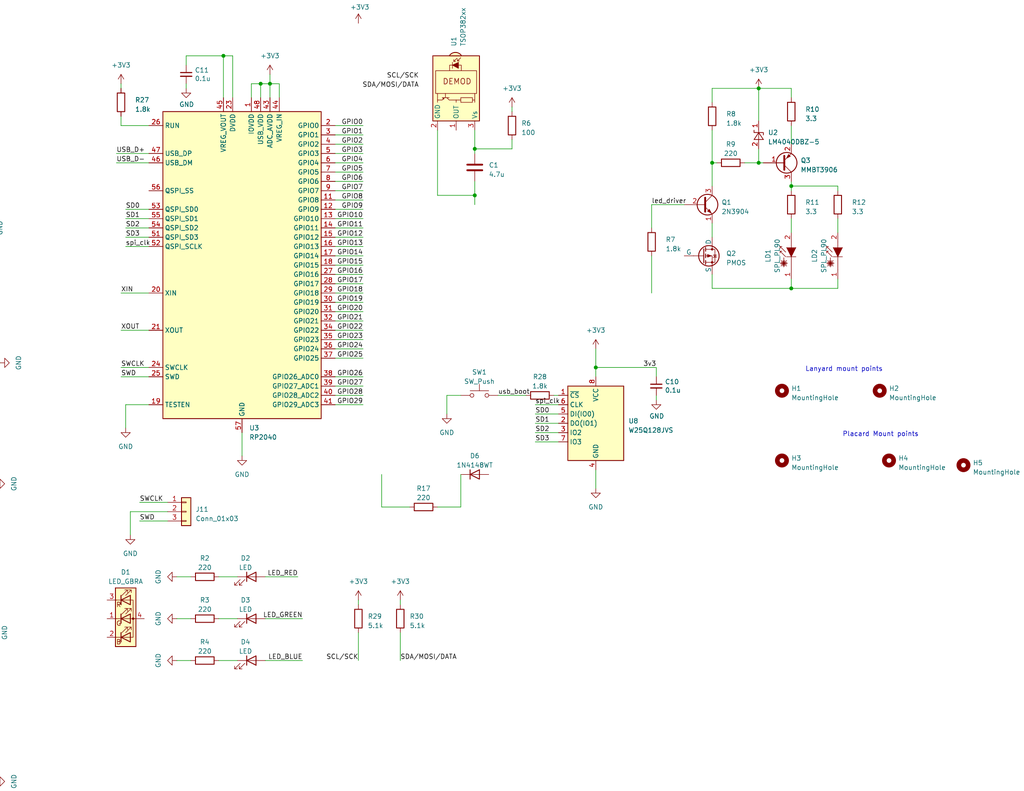
<source format=kicad_sch>
(kicad_sch (version 20230121) (generator eeschema)
  (paper "USLetter")
  (title_block (date "2023-12-09"))
  (junction (at 172.72 307.34))
  (junction (at 162.56 322.58))
  (junction (at 73.66 22.86))
  (junction (at 207.01 44.45))
  (junction (at 129.54 40.64))
  (junction (at 139.7 233.68))
  (junction (at 209.55 307.34))
  (junction (at 11.43 306.07))
  (junction (at 110.49 307.34))
  (junction (at 35.56 243.84))
  (junction (at 355.6 267.97))
  (junction (at 85.09 232.41))
  (junction (at 11.43 311.15))
  (junction (at 60.96 15.24))
  (junction (at -11.43 137.16))
  (junction (at 151.13 307.34))
  (junction (at -19.05 33.02))
  (junction (at 194.31 44.45))
  (junction (at 162.56 100.33))
  (junction (at 151.13 248.92))
  (junction (at -10.16 104.14))
  (junction (at 215.9 78.74))
  (junction (at 162.56 307.34))
  (junction (at -36.83 67.31))
  (junction (at 207.01 24.13))
  (junction (at 151.13 254))
  (junction (at 331.47 267.97))
  (junction (at 151.13 269.24))
  (junction (at 44.45 232.41))
  (junction (at 129.54 53.34))
  (junction (at 139.7 269.24))
  (junction (at 118.11 307.34))
  (junction (at -33.02 137.16))
  (junction (at 201.93 234.95))
  (junction (at 185.42 307.34))
  (junction (at -40.64 33.02))
  (junction (at -15.24 67.31))
  (junction (at 31.75 309.88))
  (junction (at 116.84 307.34))
  (junction (at 71.12 22.86))
  (junction (at 151.13 233.68))
  (junction (at 198.12 307.34))
  (junction (at 161.29 254))
  (junction (at -31.75 104.14))
  (junction (at 215.9 50.8))
  (no_connect (at 6.35 318.77))
  (no_connect (at 6.35 321.31))
  (wire (pts (xy -17.78 172.72) (xy -3.81 172.72)))
  (wire (pts (xy 162.56 322.58) (xy 172.72 322.58)))
  (wire (pts (xy 63.5 15.24) (xy 63.5 26.67)))
  (wire (pts (xy -22.86 264.16) (xy -17.78 264.16)))
  (wire (pts (xy 110.49 307.34) (xy 116.84 307.34)))
  (wire (pts (xy 139.7 233.68) (xy 132.08 233.68)))
  (polyline (pts (xy 182.88 298.45) (xy 182.88 323.85)))
  (wire (pts (xy 179.07 107.95) (xy 179.07 109.22)))
  (wire (pts (xy 307.34 267.97) (xy 313.69 267.97)))
  (wire (pts (xy 194.31 78.74) (xy 215.9 78.74)))
  (wire (pts (xy 50.8 17.78) (xy 50.8 15.24)))
  (wire (pts (xy 355.6 229.87) (xy 355.6 255.27)))
  (wire (pts (xy 217.17 309.88) (xy 217.17 307.34)))
  (wire (pts (xy 35.56 243.84) (xy 44.45 243.84)))
  (wire (pts (xy -62.23 30.48) (xy -35.56 30.48)))
  (wire (pts (xy 172.72 307.34) (xy 172.72 313.69)))
  (wire (pts (xy -15.24 132.08) (xy -1.27 132.08)))
  (wire (pts (xy 215.9 24.13) (xy 215.9 26.67)))
  (wire (pts (xy 146.05 118.11) (xy 152.4 118.11)))
  (wire (pts (xy 194.31 74.93) (xy 194.31 78.74)))
  (wire (pts (xy -16.51 340.36) (xy -16.51 328.93)))
  (wire (pts (xy 60.96 15.24) (xy 60.96 26.67)))
  (wire (pts (xy -43.18 213.36) (xy -27.94 213.36)))
  (wire (pts (xy 109.22 172.72) (xy 109.22 180.34)))
  (wire (pts (xy 151.13 233.68) (xy 151.13 238.76)))
  (wire (pts (xy 91.44 87.63) (xy 99.06 87.63)))
  (wire (pts (xy 198.12 307.34) (xy 198.12 309.88)))
  (wire (pts (xy -40.64 33.02) (xy -40.64 41.91)))
  (wire (pts (xy -17.78 146.05) (xy -11.43 146.05)))
  (wire (pts (xy 35.56 139.7) (xy 35.56 146.05)))
  (wire (pts (xy 91.44 72.39) (xy 99.06 72.39)))
  (wire (pts (xy 91.44 102.87) (xy 99.06 102.87)))
  (wire (pts (xy 91.44 90.17) (xy 99.06 90.17)))
  (wire (pts (xy 355.6 267.97) (xy 379.73 267.97)))
  (wire (pts (xy 170.18 269.24) (xy 161.29 269.24)))
  (wire (pts (xy 50.8 15.24) (xy 60.96 15.24)))
  (wire (pts (xy 91.44 36.83) (xy 99.06 36.83)))
  (wire (pts (xy 162.56 95.25) (xy 162.56 100.33)))
  (wire (pts (xy 110.49 314.96) (xy 110.49 307.34)))
  (wire (pts (xy 35.56 234.95) (xy 35.56 243.84)))
  (wire (pts (xy 121.92 107.95) (xy 125.73 107.95)))
  (wire (pts (xy 228.6 76.2) (xy 228.6 78.74)))
  (wire (pts (xy 91.44 57.15) (xy 99.06 57.15)))
  (wire (pts (xy 52.07 157.48) (xy 48.26 157.48)))
  (wire (pts (xy 91.44 52.07) (xy 99.06 52.07)))
  (wire (pts (xy 161.29 248.92) (xy 161.29 254)))
  (wire (pts (xy 215.9 59.69) (xy 215.9 63.5)))
  (wire (pts (xy 68.58 22.86) (xy 68.58 26.67)))
  (wire (pts (xy 91.44 69.85) (xy 99.06 69.85)))
  (wire (pts (xy 275.59 248.92) (xy 275.59 245.11)))
  (wire (pts (xy 72.39 157.48) (xy 81.28 157.48)))
  (wire (pts (xy 33.02 80.01) (xy 40.64 80.01)))
  (wire (pts (xy 34.29 62.23) (xy 40.64 62.23)))
  (wire (pts (xy 156.21 233.68) (xy 151.13 233.68)))
  (wire (pts (xy 134.62 309.88) (xy 140.97 309.88)))
  (wire (pts (xy 35.56 139.7) (xy 45.72 139.7)))
  (wire (pts (xy -44.45 33.02) (xy -40.64 33.02)))
  (wire (pts (xy 215.9 50.8) (xy 228.6 50.8)))
  (wire (pts (xy 118.11 304.8) (xy 118.11 307.34)))
  (polyline (pts (xy 227.33 323.85) (xy 182.88 323.85)))
  (wire (pts (xy 11.43 306.07) (xy 15.24 306.07)))
  (wire (pts (xy 201.93 242.57) (xy 203.2 242.57)))
  (wire (pts (xy 207.01 24.13) (xy 215.9 24.13)))
  (wire (pts (xy 162.56 322.58) (xy 162.56 313.69)))
  (wire (pts (xy 91.44 54.61) (xy 99.06 54.61)))
  (wire (pts (xy 91.44 49.53) (xy 99.06 49.53)))
  (wire (pts (xy 91.44 74.93) (xy 99.06 74.93)))
  (wire (pts (xy 34.29 64.77) (xy 40.64 64.77)))
  (wire (pts (xy 275.59 245.11) (xy 266.7 245.11)))
  (wire (pts (xy 177.8 69.85) (xy 177.8 80.01)))
  (wire (pts (xy 139.7 29.21) (xy 139.7 30.48)))
  (wire (pts (xy 76.2 26.67) (xy 76.2 22.86)))
  (wire (pts (xy 96.52 307.34) (xy 110.49 307.34)))
  (wire (pts (xy -15.24 76.2) (xy -15.24 67.31)))
  (wire (pts (xy 146.05 113.03) (xy 152.4 113.03)))
  (wire (pts (xy 146.05 115.57) (xy 152.4 115.57)))
  (wire (pts (xy 25.4 309.88) (xy 31.75 309.88)))
  (wire (pts (xy -10.16 113.03) (xy -10.16 104.14)))
  (wire (pts (xy 33.02 90.17) (xy 40.64 90.17)))
  (wire (pts (xy 91.44 46.99) (xy 99.06 46.99)))
  (wire (pts (xy 185.42 307.34) (xy 198.12 307.34)))
  (wire (pts (xy -17.78 177.8) (xy -8.89 177.8)))
  (wire (pts (xy 31.75 41.91) (xy 40.64 41.91)))
  (wire (pts (xy 146.05 120.65) (xy 152.4 120.65)))
  (wire (pts (xy -15.24 134.62) (xy -6.35 134.62)))
  (wire (pts (xy 6.35 308.61) (xy 11.43 308.61)))
  (wire (pts (xy 331.47 267.97) (xy 355.6 267.97)))
  (wire (pts (xy 198.12 314.96) (xy 198.12 316.23)))
  (wire (pts (xy 331.47 267.97) (xy 331.47 269.24)))
  (wire (pts (xy 34.29 67.31) (xy 40.64 67.31)))
  (wire (pts (xy 129.54 35.56) (xy 129.54 40.64)))
  (wire (pts (xy 162.56 307.34) (xy 172.72 307.34)))
  (wire (pts (xy 207.01 24.13) (xy 207.01 33.02)))
  (wire (pts (xy -46.99 62.23) (xy -31.75 62.23)))
  (wire (pts (xy 162.56 100.33) (xy 179.07 100.33)))
  (wire (pts (xy 213.36 234.95) (xy 201.93 234.95)))
  (wire (pts (xy -11.43 146.05) (xy -11.43 137.16)))
  (wire (pts (xy 151.13 313.69) (xy 151.13 314.96)))
  (wire (pts (xy 139.7 269.24) (xy 139.7 266.7)))
  (wire (pts (xy 11.43 306.07) (xy 6.35 306.07)))
  (wire (pts (xy 6.35 298.45) (xy 25.4 298.45)))
  (wire (pts (xy 91.44 97.79) (xy 99.06 97.79)))
  (wire (pts (xy -33.02 137.16) (xy -33.02 146.05)))
  (wire (pts (xy 134.62 307.34) (xy 138.43 307.34)))
  (wire (pts (xy 321.31 267.97) (xy 331.47 267.97)))
  (wire (pts (xy 213.36 256.54) (xy 213.36 252.73)))
  (wire (pts (xy 355.6 260.35) (xy 355.6 267.97)))
  (wire (pts (xy 119.38 35.56) (xy 119.38 53.34)))
  (wire (pts (xy 44.45 232.41) (xy 48.26 232.41)))
  (wire (pts (xy 143.51 307.34) (xy 151.13 307.34)))
  (wire (pts (xy 91.44 67.31) (xy 99.06 67.31)))
  (wire (pts (xy 151.13 107.95) (xy 152.4 107.95)))
  (wire (pts (xy 36.83 309.88) (xy 36.83 306.07)))
  (wire (pts (xy 91.44 95.25) (xy 99.06 95.25)))
  (wire (pts (xy 228.6 50.8) (xy 228.6 52.07)))
  (wire (pts (xy -36.83 137.16) (xy -33.02 137.16)))
  (wire (pts (xy 66.04 118.11) (xy 66.04 124.46)))
  (wire (pts (xy 73.66 20.32) (xy 73.66 22.86)))
  (wire (pts (xy 91.44 82.55) (xy 99.06 82.55)))
  (wire (pts (xy -21.59 76.2) (xy -15.24 76.2)))
  (wire (pts (xy 59.69 157.48) (xy 64.77 157.48)))
  (wire (pts (xy -22.86 256.54) (xy -17.78 256.54)))
  (wire (pts (xy 172.72 307.34) (xy 185.42 307.34)))
  (wire (pts (xy 71.12 22.86) (xy 71.12 26.67)))
  (wire (pts (xy 127 322.58) (xy 127 317.5)))
  (wire (pts (xy 135.89 107.95) (xy 143.51 107.95)))
  (wire (pts (xy -13.97 99.06) (xy 0 99.06)))
  (wire (pts (xy 129.54 49.53) (xy 129.54 53.34)))
  (wire (pts (xy 151.13 307.34) (xy 162.56 307.34)))
  (wire (pts (xy 209.55 307.34) (xy 217.17 307.34)))
  (wire (pts (xy 91.44 107.95) (xy 99.06 107.95)))
  (wire (pts (xy 203.2 44.45) (xy 207.01 44.45)))
  (wire (pts (xy -45.72 172.72) (xy -30.48 172.72)))
  (wire (pts (xy 91.44 44.45) (xy 99.06 44.45)))
  (wire (pts (xy 97.79 163.83) (xy 97.79 165.1)))
  (wire (pts (xy 118.11 307.34) (xy 119.38 307.34)))
  (wire (pts (xy 209.55 316.23) (xy 209.55 314.96)))
  (wire (pts (xy -36.83 67.31) (xy -31.75 67.31)))
  (wire (pts (xy 76.2 22.86) (xy 73.66 22.86)))
  (wire (pts (xy 207.01 44.45) (xy 207.01 40.64)))
  (wire (pts (xy 33.02 34.29) (xy 33.02 31.75)))
  (wire (pts (xy 201.93 234.95) (xy 201.93 242.57)))
  (wire (pts (xy 25.4 306.07) (xy 25.4 309.88)))
  (wire (pts (xy -40.64 67.31) (xy -36.83 67.31)))
  (wire (pts (xy 34.29 59.69) (xy 40.64 59.69)))
  (wire (pts (xy 156.21 269.24) (xy 151.13 269.24)))
  (wire (pts (xy -31.75 104.14) (xy -31.75 113.03)))
  (wire (pts (xy -15.24 218.44) (xy -6.35 218.44)))
  (wire (pts (xy 198.12 307.34) (xy 209.55 307.34)))
  (wire (pts (xy 33.02 22.86) (xy 33.02 24.13)))
  (wire (pts (xy 72.39 180.34) (xy 82.55 180.34)))
  (wire (pts (xy -33.02 146.05) (xy -25.4 146.05)))
  (wire (pts (xy 36.83 298.45) (xy 36.83 295.91)))
  (wire (pts (xy -36.83 67.31) (xy -36.83 76.2)))
  (wire (pts (xy -19.05 33.02) (xy -13.97 33.02)))
  (wire (pts (xy -22.86 27.94) (xy -8.89 27.94)))
  (wire (pts (xy -39.37 177.8) (xy -30.48 177.8)))
  (wire (pts (xy 140.97 309.88) (xy 140.97 322.58)))
  (wire (pts (xy 162.56 100.33) (xy 162.56 102.87)))
  (wire (pts (xy 91.44 92.71) (xy 99.06 92.71)))
  (wire (pts (xy 85.09 240.03) (xy 85.09 245.11)))
  (wire (pts (xy 109.22 163.83) (xy 109.22 165.1)))
  (wire (pts (xy 91.44 59.69) (xy 99.06 59.69)))
  (wire (pts (xy 50.8 22.86) (xy 50.8 24.13)))
  (wire (pts (xy 38.1 142.24) (xy 45.72 142.24)))
  (wire (pts (xy 91.44 105.41) (xy 99.06 105.41)))
  (wire (pts (xy 162.56 328.93) (xy 162.56 331.47)))
  (wire (pts (xy 215.9 78.74) (xy 228.6 78.74)))
  (wire (pts (xy -54.61 215.9) (xy -27.94 215.9)))
  (wire (pts (xy -17.78 175.26) (xy -8.89 175.26)))
  (wire (pts (xy 194.31 24.13) (xy 207.01 24.13)))
  (wire (pts (xy -22.86 33.02) (xy -19.05 33.02)))
  (wire (pts (xy 110.49 320.04) (xy 110.49 325.12)))
  (wire (pts (xy 91.44 110.49) (xy 99.06 110.49)))
  (wire (pts (xy 31.75 309.88) (xy 36.83 309.88)))
  (wire (pts (xy 104.14 129.54) (xy 104.14 138.43)))
  (wire (pts (xy 38.1 137.16) (xy 45.72 137.16)))
  (wire (pts (xy 34.29 57.15) (xy 40.64 57.15)))
  (wire (pts (xy 104.14 138.43) (xy 111.76 138.43)))
  (wire (pts (xy 116.84 309.88) (xy 116.84 307.34)))
  (wire (pts (xy 97.79 172.72) (xy 97.79 180.34)))
  (wire (pts (xy 151.13 264.16) (xy 151.13 269.24)))
  (wire (pts (xy 31.75 309.88) (xy 31.75 312.42)))
  (wire (pts (xy 207.01 44.45) (xy 208.28 44.45)))
  (wire (pts (xy -19.05 41.91) (xy -19.05 33.02)))
  (wire (pts (xy 140.97 322.58) (xy 162.56 322.58)))
  (wire (pts (xy 185.42 308.61) (xy 185.42 307.34)))
  (wire (pts (xy -25.4 41.91) (xy -19.05 41.91)))
  (wire (pts (xy 80.01 232.41) (xy 85.09 232.41)))
  (wire (pts (xy -31.75 113.03) (xy -24.13 113.03)))
  (wire (pts (xy 91.44 77.47) (xy 99.06 77.47)))
  (wire (pts (xy -13.97 101.6) (xy -5.08 101.6)))
  (wire (pts (xy -40.64 41.91) (xy -33.02 41.91)))
  (wire (pts (xy -13.97 104.14) (xy -10.16 104.14)))
  (wire (pts (xy 215.9 49.53) (xy 215.9 50.8)))
  (wire (pts (xy 6.35 303.53) (xy 11.43 303.53)))
  (wire (pts (xy 172.72 322.58) (xy 172.72 318.77)))
  (wire (pts (xy 129.54 53.34) (xy 129.54 55.88)))
  (wire (pts (xy -41.91 99.06) (xy -26.67 99.06)))
  (wire (pts (xy 215.9 78.74) (xy 215.9 76.2)))
  (wire (pts (xy 228.6 59.69) (xy 228.6 63.5)))
  (wire (pts (xy 11.43 311.15) (xy 15.24 311.15)))
  (wire (pts (xy 177.8 55.88) (xy 177.8 62.23)))
  (wire (pts (xy 217.17 314.96) (xy 217.17 316.23)))
  (wire (pts (xy 91.44 41.91) (xy 99.06 41.91)))
  (wire (pts (xy 116.84 307.34) (xy 118.11 307.34)))
  (wire (pts (xy -58.42 64.77) (xy -31.75 64.77)))
  (wire (pts (xy 34.29 110.49) (xy 34.29 116.84)))
  (wire (pts (xy 194.31 44.45) (xy 195.58 44.45)))
  (wire (pts (xy 31.75 44.45) (xy 40.64 44.45)))
  (wire (pts (xy 52.07 180.34) (xy 48.26 180.34)))
  (wire (pts (xy 194.31 60.96) (xy 194.31 64.77)))
  (wire (pts (xy 161.29 248.92) (xy 151.13 248.92)))
  (wire (pts (xy -15.24 67.31) (xy -10.16 67.31)))
  (wire (pts (xy -19.05 64.77) (xy -10.16 64.77)))
  (wire (pts (xy 146.05 110.49) (xy 152.4 110.49)))
  (wire (pts (xy 55.88 232.41) (xy 59.69 232.41)))
  (wire (pts (xy 34.29 110.49) (xy 40.64 110.49)))
  (wire (pts (xy 151.13 307.34) (xy 151.13 308.61)))
  (wire (pts (xy 20.32 290.83) (xy 6.35 290.83)))
  (wire (pts (xy -15.24 213.36) (xy -1.27 213.36)))
  (wire (pts (xy -10.16 104.14) (xy -5.08 104.14)))
  (wire (pts (xy -16.51 113.03) (xy -10.16 113.03)))
  (wire (pts (xy 201.93 234.95) (xy 201.93 232.41)))
  (wire (pts (xy 119.38 309.88) (xy 116.84 309.88)))
  (wire (pts (xy -43.18 132.08) (xy -27.94 132.08)))
  (wire (pts (xy 91.44 39.37) (xy 99.06 39.37)))
  (wire (pts (xy 161.29 233.68) (xy 170.18 233.68)))
  (wire (pts (xy 194.31 35.56) (xy 194.31 44.45)))
  (wire (pts (xy -58.42 175.26) (xy -30.48 175.26)))
  (wire (pts (xy 162.56 308.61) (xy 162.56 307.34)))
  (wire (pts (xy 151.13 254) (xy 151.13 259.08)))
  (wire (pts (xy 91.44 62.23) (xy 99.06 62.23)))
  (wire (pts (xy 40.64 34.29) (xy 33.02 34.29)))
  (wire (pts (xy -53.34 101.6) (xy -26.67 101.6)))
  (wire (pts (xy 60.96 15.24) (xy 63.5 15.24)))
  (wire (pts (xy -36.83 76.2) (xy -29.21 76.2)))
  (wire (pts (xy 121.92 107.95) (xy 121.92 113.03)))
  (wire (pts (xy -22.86 254) (xy -17.78 254)))
  (wire (pts (xy 215.9 50.8) (xy 215.9 52.07)))
  (wire (pts (xy 199.39 248.92) (xy 199.39 247.65)))
  (wire (pts (xy 139.7 233.68) (xy 139.7 236.22)))
  (wire (pts (xy 147.32 248.92) (xy 151.13 248.92)))
  (wire (pts (xy 266.7 242.57) (xy 275.59 242.57)))
  (wire (pts (xy 151.13 248.92) (xy 151.13 243.84)))
  (wire (pts (xy 69.85 242.57) (xy 69.85 247.65)))
  (wire (pts (xy -19.05 62.23) (xy -5.08 62.23)))
  (wire (pts (xy 33.02 100.33) (xy 40.64 100.33)))
  (wire (pts (xy 71.12 22.86) (xy 68.58 22.86)))
  (wire (pts (xy 199.39 234.95) (xy 201.93 234.95)))
  (polyline (pts (xy 182.88 298.45) (xy 227.33 298.45)))
  (wire (pts (xy 179.07 102.87) (xy 179.07 100.33)))
  (wire (pts (xy 307.34 267.97) (xy 307.34 238.76)))
  (wire (pts (xy 162.56 128.27) (xy 162.56 133.35)))
  (wire (pts (xy 209.55 309.88) (xy 209.55 307.34)))
  (wire (pts (xy 194.31 24.13) (xy 194.31 27.94)))
  (wire (pts (xy 215.9 34.29) (xy 215.9 39.37)))
  (wire (pts (xy 11.43 311.15) (xy 6.35 311.15)))
  (wire (pts (xy -31.75 104.14) (xy -26.67 104.14)))
  (wire (pts (xy 91.44 34.29) (xy 99.06 34.29)))
  (wire (pts (xy 33.02 102.87) (xy 40.64 102.87)))
  (wire (pts (xy 35.56 232.41) (xy 44.45 232.41)))
  (wire (pts (xy 139.7 40.64) (xy 129.54 40.64)))
  (wire (pts (xy -15.24 137.16) (xy -11.43 137.16)))
  (wire (pts (xy 331.47 276.86) (xy 331.47 280.67)))
  (wire (pts (xy 161.29 254) (xy 151.13 254)))
  (wire (pts (xy 73.66 22.86) (xy 71.12 22.86)))
  (wire (pts (xy 199.39 247.65) (xy 203.2 247.65)))
  (wire (pts (xy 139.7 38.1) (xy 139.7 40.64)))
  (wire (pts (xy -22.86 30.48) (xy -13.97 30.48)))
  (wire (pts (xy 147.32 254) (xy 151.13 254)))
  (wire (pts (xy 59.69 168.91) (xy 64.77 168.91)))
  (wire (pts (xy 139.7 269.24) (xy 132.08 269.24)))
  (wire (pts (xy -19.05 67.31) (xy -15.24 67.31)))
  (wire (pts (xy -24.13 261.62) (xy -17.78 261.62)))
  (wire (pts (xy 59.69 180.34) (xy 64.77 180.34)))
  (wire (pts (xy 129.54 40.64) (xy 129.54 41.91)))
  (wire (pts (xy 194.31 44.45) (xy 194.31 50.8)))
  (wire (pts (xy 91.44 64.77) (xy 99.06 64.77)))
  (wire (pts (xy -33.02 137.16) (xy -27.94 137.16)))
  (wire (pts (xy -54.61 134.62) (xy -27.94 134.62)))
  (wire (pts (xy 151.13 269.24) (xy 139.7 269.24)))
  (wire (pts (xy 35.56 243.84) (xy 35.56 247.65)))
  (wire (pts (xy -40.64 33.02) (xy -35.56 33.02)))
  (wire (pts (xy 177.8 55.88) (xy 186.69 55.88)))
  (wire (pts (xy -35.56 104.14) (xy -31.75 104.14)))
  (wire (pts (xy 72.39 168.91) (xy 82.55 168.91)))
  (wire (pts (xy -11.43 137.16) (xy -6.35 137.16)))
  (wire (pts (xy 73.66 22.86) (xy 73.66 26.67)))
  (wire (pts (xy 125.73 138.43) (xy 125.73 129.54)))
  (wire (pts (xy -8.89 332.74) (xy -8.89 328.93)))
  (wire (pts (xy 199.39 254) (xy 199.39 256.54)))
  (wire (pts (xy -24.13 259.08) (xy -17.78 259.08)))
  (wire (pts (xy 36.83 295.91) (xy 6.35 295.91)))
  (wire (pts (xy 213.36 234.95) (xy 213.36 237.49)))
  (wire (pts (xy -15.24 215.9) (xy -6.35 215.9)))
  (wire (pts (xy 44.45 232.41) (xy 44.45 236.22)))
  (wire (pts (xy 52.07 168.91) (xy 48.26 168.91)))
  (wire (pts (xy -36.83 218.44) (xy -27.94 218.44)))
  (wire (pts (xy 91.44 85.09) (xy 99.06 85.09)))
  (wire (pts (xy 119.38 53.34) (xy 129.54 53.34)))
  (wire (pts (xy 151.13 233.68) (xy 139.7 233.68)))
  (wire (pts (xy 91.44 80.01) (xy 99.06 80.01)))
  (wire (pts (xy 223.52 242.57) (xy 229.87 242.57)))
  (wire (pts (xy 11.43 303.53) (xy 11.43 306.07)))
  (wire (pts (xy 11.43 308.61) (xy 11.43 311.15)))
  (wire (pts (xy -50.8 27.94) (xy -35.56 27.94)))
  (wire (pts (xy 162.56 322.58) (xy 162.56 323.85)))
  (wire (pts (xy 119.38 138.43) (xy 125.73 138.43)))
  (text "Placard Mount points" (at 229.87 119.38 0) (effects (font (size 1.27 1.27)) (justify left bottom)))
  (text "Lanyard mount points\n" (at 219.71 101.6 0) (effects (font (size 1.27 1.27)) (justify left bottom)))
  (text "SAOv169bis" (at -34.29 20.32 0) (effects (font (size 1.27 1.27)) (justify left bottom)))
  (text "SAOv169bis" (at -26.67 205.74 0) (effects (font (size 1.27 1.27)) (justify left bottom)))
  (text "QUICC Sensor Connector" (at -31.75 248.92 0) (effects (font (size 1.27 1.27)) (justify left bottom)))
  (text "ESD " (at 144.78 227.33 0) (effects (font (size 1.27 1.27)) (justify left bottom)))
  (text "SAOv169bis" (at -30.48 54.61 0) (effects (font (size 1.27 1.27)) (justify left bottom)))
  (text "SAOv169bis" (at -29.21 165.1 0) (effects (font (size 1.27 1.27)) (justify left bottom)))
  (text "Located near processor" (at 182.88 300.99 0) (effects (font (size 1.27 1.27)) (justify left bottom)))
  (text "SAOv169bis" (at -25.4 91.44 0) (effects (font (size 1.27 1.27)) (justify left bottom)))
  (text "SAOv169bis" (at -26.67 124.46 0) (effects (font (size 1.27 1.27)) (justify left bottom)))
  (text "Unified Program Debug Interface\nNote: Voltage can pulse 12v\n" (at 30.48 267.97 0) (effects (font (size 1.27 1.27)) (justify left bottom)))
  (label "SDA{slash}MOSI{slash}DATA" (at -41.91 101.6 0))
  (label "Battery_VIN" (at -46.99 62.23 0))
  (label "Shield" (at -16.51 340.36 90))
  (label "USB_D-" (at 170.18 269.24 180))
  (label "USB_D+" (at 31.75 41.91 0))
  (label "usb_boot" (at 135.89 107.95 0))
  (label "SD3" (at 34.29 64.77 0))
  (label "D-" (at 15.24 306.07 180))
  (label "USB_D-" (at 31.75 44.45 0))
  (label "VBAT" (at 275.59 242.57 180))
  (label "CS{slash}MISO" (at -39.37 177.8 0))
  (label "SDA{slash}MOSI{slash}DATA" (at 109.22 180.34 0))
  (label "XOUT" (at 33.02 90.17 0))
  (label "GPIO7" (at 99.06 52.07 180))
  (label "Battery_VIN" (at -43.18 132.08 0))
  (label "GPIO10" (at 99.06 59.69 180))
  (label "SCL{slash}SCK" (at -6.35 134.62 180))
  (label "GPIO3" (at 99.06 41.91 180))
  (label "USB_pwr" (at 20.32 290.83 180) (property "Intersheetrefs" "${INTERSHEET_REFS}" (effects hide)))
  (label "LED_RED" (at 81.28 157.48 180))
  (label "GPIO17" (at 99.06 77.47 180))
  (label "CS{slash}MISO" (at -44.45 33.02 0))
  (label "UPDI" (at -5.08 104.14 180))
  (label "GPIO0" (at 99.06 34.29 180))
  (label "UPDI_protected" (at 350.52 267.97 180))
  (label "GPIO8" (at 99.06 54.61 180))
  (label "spi_clk" (at 146.05 110.49 0))
  (label "SCL{slash}SCK" (at -5.08 101.6 180))
  (label "SWD" (at 38.1 142.24 0))
  (label "LED_GREEN" (at 82.55 168.91 180))
  (label "GPIO2" (at 99.06 39.37 180))
  (label "GPIO19" (at 99.06 82.55 180))
  (label "spi_clk" (at 34.29 67.31 0))
  (label "SDA{slash}MOSI{slash}DATA" (at -46.99 64.77 0))
  (label "SDA{slash}MOSI{slash}DATA" (at -43.18 215.9 0))
  (label "GPIO16" (at 99.06 74.93 180))
  (label "Battery_VIN" (at -43.18 213.36 0))
  (label "UPDI" (at 307.34 238.76 180))
  (label "V_USB" (at 201.93 232.41 0))
  (label "GPIO22" (at 99.06 90.17 180))
  (label "GPIO20" (at 99.06 85.09 180))
  (label "UPDI" (at -10.16 67.31 180))
  (label "Battery_VIN" (at 36.83 232.41 0))
  (label "CS{slash}MISO" (at -36.83 137.16 0))
  (label "CS{slash}MISO" (at -35.56 104.14 0))
  (label "3v3" (at 179.07 100.33 180))
  (label "SCL{slash}SCK" (at 97.79 180.34 180))
  (label "GPIO11" (at 99.06 62.23 180))
  (label "SD2" (at 34.29 62.23 0))
  (label "GPIO12" (at 99.06 64.77 180))
  (label "Battery_VIN" (at -45.72 172.72 0))
  (label "SD0" (at 34.29 57.15 0))
  (label "UPDI" (at -6.35 218.44 180))
  (label "SWCLK" (at 38.1 137.16 0))
  (label "XIN" (at 33.02 80.01 0))
  (label "GPIO5" (at 99.06 46.99 180))
  (label "D-" (at 132.08 269.24 0))
  (label "GPIO21" (at 99.06 87.63 180))
  (label "GPIO9" (at 99.06 57.15 180))
  (label "UPDI" (at -13.97 33.02 180))
  (label "GPIO25" (at 99.06 97.79 180))
  (label "CS{slash}MISO" (at -40.64 67.31 0))
  (label "GPIO29" (at 99.06 110.49 180))
  (label "SCL{slash}SCK" (at -8.89 175.26 180))
  (label "SD0" (at 146.05 113.03 0))
  (label "LED_BLUE" (at 82.55 180.34 180))
  (label "Battery_VIN" (at -41.91 99.06 0))
  (label "SCL{slash}SCK" (at 114.3 21.59 180))
  (label "GPIO24" (at 99.06 95.25 180))
  (label "D+" (at 15.24 311.15 180))
  (label "led_driver" (at 177.8 55.88 0))
  (label "GPIO1" (at 99.06 36.83 180))
  (label "UPDI" (at -6.35 137.16 180))
  (label "GPIO27" (at 99.06 105.41 180))
  (label "SD2" (at 146.05 118.11 0))
  (label "GPIO18" (at 99.06 80.01 180))
  (label "D+" (at 132.08 233.68 0))
  (label "SDA{slash}MOSI{slash}DATA" (at -46.99 175.26 0))
  (label "Switched_Power" (at 96.52 307.34 0))
  (label "USB_D+" (at 170.18 233.68 180))
  (label "SDA{slash}MOSI{slash}DATA" (at 114.3 24.13 180))
  (label "UPDI" (at -8.89 177.8 180))
  (label "GPIO23" (at 99.06 92.71 180))
  (label "GPIO6" (at 99.06 49.53 180))
  (label "GPIO15" (at 99.06 72.39 180))
  (label "SCL{slash}SCK" (at -6.35 215.9 180))
  (label "SD1" (at 34.29 59.69 0))
  (label "SDA{slash}MOSI{slash}DATA" (at -43.18 134.62 0))
  (label "SD3" (at 146.05 120.65 0))
  (label "GPIO4" (at 99.06 44.45 180))
  (label "SD1" (at 146.05 115.57 0))
  (label "GPIO28" (at 99.06 107.95 180))
  (label "GPIO13" (at 99.06 67.31 180))
  (label "SWD" (at 33.02 102.87 0))
  (label "3v3" (at 217.17 307.34 180))
  (label "SCL{slash}SCK" (at -10.16 64.77 180))
  (label "SCL{slash}SCK" (at -13.97 30.48 180))
  (label "SWCLK" (at 33.02 100.33 0))
  (label "led_driver" (at 322.58 267.97 0))
  (label "GPIO26" (at 99.06 102.87 180))
  (label "VBAT" (at 229.87 242.57 180))
  (label "Battery_VIN" (at -50.8 27.94 0))
  (label "GPIO14" (at 99.06 69.85 180))
  (label "SDA{slash}MOSI{slash}DATA" (at -50.8 30.48 0))
  (label "CS{slash}MISO" (at -36.83 218.44 0))
  (global_label "SCL" (shape bidirectional) (at -24.13 261.62 180) (property "Intersheetrefs" "${INTERSHEET_REFS}" (effects hide)))
  (global_label "SDA" (shape bidirectional) (at -24.13 259.08 180) (property "Intersheetrefs" "${INTERSHEET_REFS}" (effects hide)))
  (symbol (lib_id "Simulation_SPICE:PMOS") (at 191.77 69.85 0) (unit 1)
    (property "Reference" "Q2" (at 198.12 69.215 0) (effects (justify left)))
    (property "Value" "PMOS" (at 198.12 71.755 0) (effects (justify left)))
    (property "Footprint" "Package_TO_SOT_SMD:SOT-23" (effects hide))
    (property "Datasheet" "https://ngspice.sourceforge.io/docs/ngspice-manual.pdf" (effects hide))
    (property "Sim.Device" "PMOS" (effects hide))
    (property "Sim.Type" "VDMOS" (effects hide))
    (property "Sim.Pins" "1=D 2=G 3=S" (effects hide))
  )
  (symbol (lib_id "power:+3.3V") (at 73.66 20.32 0) (unit 1)
    (property "Reference" "#PWR037" (effects hide))
    (property "Value" "+3.3V" (at 73.66 15.24 0))
  )
  (symbol (lib_id "power:GND") (at -8.89 332.74 0) (unit 1)
    (property "Reference" "#GND01" (effects hide))
    (property "Value" "GND" (at -8.89 336.55 0) (effects (font (size 1.778 1.5113))))
    (property "Footprint" "ControllerBoard:" (effects hide))
  )
  (symbol (lib_id "Transistor_BJT:2N3904") (at 191.77 55.88 0) (unit 1)
    (property "Reference" "Q1" (at 196.85 55.245 0) (effects (justify left)))
    (property "Value" "2N3904" (at 196.85 57.785 0) (effects (justify left)))
    (property "Footprint" "Package_TO_SOT_THT:TO-92_Inline" (effects hide))
    (property "Datasheet" "https://www.onsemi.com/pub/Collateral/2N3903-D.PDF" (effects hide))
  )
  (symbol (lib_id "power:GND") (at 34.29 116.84 0) (unit 1)
    (property "Reference" "#PWR042" (effects hide))
    (property "Value" "GND" (at 34.29 121.92 0))
  )
  (symbol (lib_id "temp-sensor-rescue:C_Small-Device-temp-sensor-rescue") (at 198.12 312.42 0) (unit 1)
    (property "Reference" "C7" (at 200.4568 311.2516 0) (effects (justify left)))
    (property "Value" "0.01u" (at 200.4568 313.563 0) (effects (justify left)))
    (property "Footprint" "Capacitor_SMD:C_0402_1005Metric" (effects hide))
    (property "Datasheet" "https://www.mouser.com/datasheet/2/396/taiyo_yuden_12132018_mlcc11_hq_e-1510082.pdf" (effects hide))
    (property "Description" "Multilayer Ceramic Capacitors MLCC - SMD/SMT 16VDC 0.1uF 10% X7R AEC-Q200" (effects hide))
    (property "Height" "0.9" (effects hide))
    (property "Manufacturer_Name" "Taiyo Yuden" (effects hide))
    (property "Manufacturer_Part_Number" "EMK105B7103KVHF" (effects hide))
    (property "Mouser Part Number" "963-EMK105B7103KVHF" (effects hide))
    (property "Mouser Price/Stock" "$0.10/110000" (effects hide))
    (property "PARTREV" "V3" (effects hide))
    (property "Configuration" "all" (effects hide))
  )
  (symbol (lib_id "Device:R") (at 317.5 267.97 270) (unit 1)
    (property "Reference" "R5" (at 317.5 262.89 90))
    (property "Value" "220" (at 317.5 265.43 90))
    (property "Footprint" "Resistor_SMD:R_0603_1608Metric_Pad0.98x0.95mm_HandSolder" (effects hide))
  )
  (symbol (lib_id "power:+3.3V") (at 109.22 163.83 0) (unit 1)
    (property "Reference" "#PWR047" (effects hide))
    (property "Value" "+3.3V" (at 109.22 158.75 0))
  )
  (symbol (lib_id "temp-sensor-rescue:GND-power-temp-sensor-rescue") (at 199.39 256.54 0) (unit 1)
    (property "Reference" "#PWR033" (effects hide))
    (property "Value" "GND" (at 199.517 260.9342 0))
  )
  (symbol (lib_id "Memory_Flash:W25Q128JVS") (at 162.56 115.57 0) (unit 1)
    (property "Reference" "U8" (at 171.45 114.935 0) (effects (justify left)))
    (property "Value" "W25Q128JVS" (at 171.45 117.475 0) (effects (justify left)))
    (property "Footprint" "Package_SO:SOIC-8_5.23x5.23mm_P1.27mm" (effects hide))
    (property "Datasheet" "http://www.winbond.com/resource-files/w25q128jv_dtr%20revc%2003272018%20plus.pdf" (effects hide))
  )
  (symbol (lib_id "Device:LED") (at 68.58 157.48 0) (unit 1)
    (property "Reference" "D2" (at 66.9925 152.4 0))
    (property "Value" "LED" (at 66.9925 154.94 0))
    (property "Footprint" "LED_SMD:LED_0603_1608Metric_Pad1.05x0.95mm_HandSolder" (effects hide))
  )
  (symbol (lib_id "power:GND") (at 31.75 312.42 0) (unit 1)
    (property "Reference" "#GND02" (effects hide))
    (property "Value" "GND" (at 31.75 316.23 0) (effects (font (size 1.778 1.5113))))
    (property "Footprint" "ControllerBoard:" (effects hide))
  )
  (symbol (lib_id "Connector_Generic:Conn_01x03") (at 50.8 139.7 0) (unit 1)
    (property "Reference" "J11" (at 53.34 139.065 0) (effects (justify left)))
    (property "Value" "Conn_01x03" (at 53.34 141.605 0) (effects (justify left)))
  )
  (symbol (lib_id "power:GND") (at 360.68 250.19 0) (unit 1)
    (property "Reference" "#PWR09" (effects hide))
    (property "Value" "GND" (at 360.68 255.27 0))
  )
  (symbol (lib_id "power:+3.3V") (at 139.7 29.21 0) (unit 1)
    (property "Reference" "#PWR010" (effects hide))
    (property "Value" "+3.3V" (at 139.7 24.13 0))
  )
  (symbol (lib_id "power:GND") (at -1.27 132.08 90) (unit 1)
    (property "Reference" "#PWR015" (effects hide))
    (property "Value" "GND" (at 3.81 132.08 0))
  )
  (symbol (lib_id "temp-sensor-rescue:GND-power-temp-sensor-rescue") (at 213.36 256.54 0) (unit 1)
    (property "Reference" "#PWR034" (effects hide))
    (property "Value" "GND" (at 213.487 260.9342 0))
  )
  (symbol (lib_id "temp-sensor-rescue:GND-power-temp-sensor-rescue") (at 217.17 316.23 0) (unit 1)
    (property "Reference" "#PWR031" (effects hide))
    (property "Value" "GND" (at 217.297 320.6242 0))
  )
  (symbol (lib_id "power:+3.3V") (at 97.79 163.83 0) (unit 1)
    (property "Reference" "#PWR046" (effects hide))
    (property "Value" "+3.3V" (at 97.79 158.75 0))
  )
  (symbol (lib_id "Diode:1N4148WT") (at 129.54 129.54 0) (unit 1)
    (property "Reference" "D6" (at 129.54 124.46 0))
    (property "Value" "1N4148WT" (at 129.54 127 0))
    (property "Footprint" "Diode_SMD:D_SOD-523" (effects hide))
    (property "Datasheet" "https://www.diodes.com/assets/Datasheets/ds30396.pdf" (effects hide))
    (property "Sim.Device" "D" (effects hide))
    (property "Sim.Pins" "1=K 2=A" (effects hide))
  )
  (symbol (lib_id "power:GND") (at -8.89 27.94 90) (unit 1)
    (property "Reference" "#PWR012" (effects hide))
    (property "Value" "GND" (at -3.81 27.94 0))
  )
  (symbol (lib_id "Device:L_Core_Ferrite_Small") (at 140.97 307.34 90) (mirror x) (unit 1)
    (property "Reference" "L2" (at 140.97 302.7426 90))
    (property "Value" "2.2uH" (at 140.97 305.054 90))
    (property "Footprint" "Inductor_SMD:L_Taiyo-Yuden_MD-4040" (effects hide))
    (property "Datasheet" "https://www.mouser.com/datasheet/2/396/wound09_e-1396591.pdf" (effects hide))
    (property "Description" "Fixed Inductors 4040 2.2uH 79mOhms +/-20%Tol 2.8A HiCur" (effects hide))
    (property "Manufacturer_Name" "Taiyo Yuden" (effects hide))
    (property "Manufacturer_Part_Number" "MDMK4040T2R2MM" (effects hide))
    (property "Mouser Part Number" "963-MDMK4040T2R2MM" (effects hide))
    (property "Mouser Price/Stock" "	$0.78/678" (effects hide))
    (property "Height" "2" (effects hide))
    (property "Configuration" "all" (effects hide))
  )
  (symbol (lib_id "temp-sensor-rescue:C_Small-Device-temp-sensor-rescue") (at 151.13 311.15 0) (unit 1)
    (property "Reference" "C5" (at 153.4668 309.9816 0) (effects (justify left)))
    (property "Value" "10u" (at 153.4668 312.293 0) (effects (justify left)))
    (property "Footprint" "Capacitor_SMD:C_1206_3216Metric_Pad1.33x1.80mm_HandSolder" (effects hide))
    (property "Datasheet" "https://www.mouser.com/datasheet/2/396/mlcc02_e-1307760.pdf" (effects hide))
    (property "Description" "Multilayer Ceramic Capacitors MLCC - SMD/SMT 0805 10VDC 10uF 20% X5R" (effects hide))
    (property "Manufacturer_Name" "Taiyo Yuden" (effects hide))
    (property "Manufacturer_Part_Number" "LMK212ABJ106MG-T" (effects hide))
    (property "Mouser Part Number" "963-LMK212ABJ106MG-T" (effects hide))
    (property "Mouser Price/Stock" "$0.13/104348" (effects hide))
    (property "Configuration" "all" (effects hide))
  )
  (symbol (lib_id "power:GND") (at 0 99.06 90) (unit 1)
    (property "Reference" "#PWR014" (effects hide))
    (property "Value" "GND" (at 5.08 99.06 0))
  )
  (symbol (lib_id "power:+3.3V") (at 85.09 232.41 0) (unit 1)
    (property "Reference" "#PWR019" (effects hide))
    (property "Value" "+3.3V" (at 85.09 227.33 0))
  )
  (symbol (lib_id "power:GND") (at -1.27 213.36 90) (unit 1)
    (property "Reference" "#PWR04" (effects hide))
    (property "Value" "GND" (at 3.81 213.36 0))
  )
  (symbol (lib_id "power:GND") (at 121.92 113.03 0) (unit 1)
    (property "Reference" "#PWR040" (effects hide))
    (property "Value" "GND" (at 121.92 118.11 0))
  )
  (symbol (lib_id "Transistor_BJT:MMBT3906") (at 213.36 44.45 0) (mirror x) (unit 1)
    (property "Reference" "Q3" (at 218.44 43.815 0) (effects (justify left)))
    (property "Value" "MMBT3906" (at 218.44 46.355 0) (effects (justify left)))
    (property "Footprint" "Package_TO_SOT_SMD:SOT-23" (effects hide))
    (property "Datasheet" "https://www.onsemi.com/pub/Collateral/2N3906-D.PDF" (effects hide))
  )
  (symbol (lib_id "temp-sensor-rescue:GND-power-temp-sensor-rescue") (at 50.8 24.13 0) (unit 1)
    (property "Reference" "#PWR045" (effects hide))
    (property "Value" "GND" (at 50.927 28.5242 0))
  )
  (symbol (lib_id "temp-sensor-rescue:GND-power-temp-sensor-rescue") (at 162.56 331.47 0) (unit 1)
    (property "Reference" "#PWR025" (effects hide))
    (property "Value" "GND" (at 162.687 335.8642 0))
  )
  (symbol (lib_id "temp-sensor-rescue:+3.3V-power-temp-sensor-rescue") (at 97.79 6.35 0) (unit 1)
    (property "Reference" "#PWR021" (effects hide))
    (property "Value" "+3.3V" (at 98.171 1.9558 0))
  )
  (symbol (lib_id "Device:R") (at 139.7 34.29 180) (unit 1)
    (property "Reference" "R6" (at 142.24 33.655 0) (effects (justify right)))
    (property "Value" "100" (at 142.24 36.195 0) (effects (justify right)))
    (property "Footprint" "Resistor_SMD:R_0603_1608Metric_Pad0.98x0.95mm_HandSolder" (effects hide))
  )
  (symbol (lib_id "temp-sensor-rescue:R_Small_US-Device-temp-sensor-rescue") (at 151.13 241.3 0) (unit 1)
    (property "Reference" "R22" (at 152.8572 240.1316 0) (effects (justify left)))
    (property "Value" "15K" (at 152.8572 242.443 0) (effects (justify left)))
    (property "Footprint" "Resistor_SMD:R_0402_1005Metric" (effects hide))
    (property "Datasheet" "https://www.mouser.com/datasheet/2/447/Yageo_03_18_2021_PYu_RC_Group_51_RoHS_L_11-2199992.pdf" (effects hide))
    (property "Description" "Thick Film Resistors - SMD 15 kOhms 100-200 mW 1%" (effects hide))
    (property "Manufacturer_Name" "Yageo" (effects hide))
    (property "Manufacturer_Part_Number" "RC0603FR-1315KL" (effects hide))
    (property "Mouser Part Number" "603-RC0603FR-1315KL" (effects hide))
    (property "Mouser Price/Stock" "$0.10/78000" (effects hide))
    (property "PARTREV" "V3" (effects hide))
    (property "Configuration" "all" (effects hide))
  )
  (symbol (lib_id "Device:R") (at 55.88 180.34 270) (unit 1)
    (property "Reference" "R4" (at 55.88 175.26 90))
    (property "Value" "220" (at 55.88 177.8 90))
    (property "Footprint" "Resistor_SMD:R_0603_1608Metric_Pad0.98x0.95mm_HandSolder" (effects hide))
  )
  (symbol (lib_id "Device:R") (at 33.02 27.94 0) (unit 1)
    (property "Reference" "R27" (at 36.83 27.305 0) (effects (justify left)))
    (property "Value" "1.8k" (at 36.83 29.845 0) (effects (justify left)))
    (property "Footprint" "Resistor_SMD:R_0603_1608Metric_Pad0.98x0.95mm_HandSolder" (effects hide))
  )
  (symbol (lib_id "temp-sensor-rescue:R_Small_US-Device-temp-sensor-rescue") (at 199.39 251.46 0) (mirror x) (unit 1)
    (property "Reference" "R26" (at 201.1172 252.6284 0) (effects (justify left)))
    (property "Value" "5.1k" (at 201.1172 250.317 0) (effects (justify left)))
    (property "Footprint" "Resistor_SMD:R_0402_1005Metric" (effects hide))
    (property "Datasheet" "https://www.mouser.com/datasheet/2/447/Yageo_03_18_2021_PYu_RC_Group_51_RoHS_L_11-2199992.pdf" (effects hide))
    (property "Description" "Thick Film Resistors - SMD 5.1K ohm 1%" (effects hide))
    (property "Manufacturer_Name" "Bourns" (effects hide))
    (property "Manufacturer_Part_Number" "CR0603-FX-5101ELF" (effects hide))
    (property "Mouser Part Number" "652-CR0603FX-5101ELF" (effects hide))
    (property "Mouser Price/Stock" "$0.10/78000" (effects hide))
    (property "PARTREV" "V3" (effects hide))
    (property "Configuration" "all" (effects hide))
  )
  (symbol (lib_id "temp-sensor-rescue:R_Small_US-Device-temp-sensor-rescue") (at 162.56 311.15 180) (unit 1)
    (property "Reference" "R20" (at 167.767 311.15 90))
    (property "Value" "680k" (at 165.4556 311.15 90))
    (property "Footprint" "Resistor_SMD:R_0402_1005Metric" (effects hide))
    (property "Datasheet" "https://www.mouser.com/datasheet/2/447/Yageo_03_18_2021_PYu_RC_Group_51_RoHS_L_11-2199992.pdf" (effects hide))
    (property "Description" "Thick Film Resistors - SMD 680 kOhms 100-200 mW  1%" (effects hide))
    (property "Manufacturer_Name" "Yageo" (effects hide))
    (property "Manufacturer_Part_Number" "RC0603FR-13680KL" (effects hide))
    (property "Mouser Part Number" "603-RC0603FR-13680KL" (effects hide))
    (property "Mouser Price/Stock" "$0.10/100000" (effects hide))
    (property "PARTREV" "V3" (effects hide))
    (property "Configuration" "all" (effects hide))
  )
  (symbol (lib_id "temp-sensor-rescue:GND-power-temp-sensor-rescue") (at 209.55 316.23 0) (unit 1)
    (property "Reference" "#PWR030" (effects hide))
    (property "Value" "GND" (at 209.677 320.6242 0))
  )
  (symbol (lib_id "MCU_RaspberryPi:RP2040") (at 66.04 72.39 0) (unit 1)
    (property "Reference" "U3" (at 67.9959 116.84 0) (effects (justify left)))
    (property "Value" "RP2040" (at 67.9959 119.38 0) (effects (justify left)))
    (property "Footprint" "Package_DFN_QFN:QFN-56-1EP_7x7mm_P0.4mm_EP3.2x3.2mm" (effects hide))
    (property "Datasheet" "https://datasheets.raspberrypi.com/rp2040/rp2040-datasheet.pdf" (effects hide))
  )
  (symbol (lib_id "Device:R") (at 97.79 168.91 0) (unit 1)
    (property "Reference" "R29" (at 100.33 168.275 0) (effects (justify left)))
    (property "Value" "5.1k" (at 100.33 170.815 0) (effects (justify left)))
    (property "Footprint" "Resistor_SMD:R_0402_1005Metric" (effects hide))
  )
  (symbol (lib_id "Device:LED_GBRA") (at 34.29 168.91 0) (unit 1)
    (property "Reference" "D1" (at 34.29 156.21 0))
    (property "Value" "LED_GBRA" (at 34.29 158.75 0))
  )
  (symbol (lib_id "Diode:ESD5Zxx") (at 331.47 273.05 270) (unit 1)
    (property "Reference" "D5" (at 334.01 272.415 90) (effects (justify left)))
    (property "Value" "ESD5Zxx" (at 334.01 274.955 90) (effects (justify left)))
    (property "Footprint" "Diode_SMD:D_SOD-523" (effects hide))
    (property "Datasheet" "https://www.onsemi.com/pdf/datasheet/esd5z2.5t1-d.pdf" (effects hide))
  )
  (symbol (lib_id "temp-sensor-rescue:GND-power-temp-sensor-rescue") (at 179.07 109.22 0) (unit 1)
    (property "Reference" "#PWR044" (effects hide))
    (property "Value" "GND" (at 179.197 113.6142 0))
  )
  (symbol (lib_id "temp-sensor-rescue:R_Small_US-Device-temp-sensor-rescue") (at 162.56 326.39 180) (unit 1)
    (property "Reference" "R21" (at 164.2872 325.2216 0) (effects (justify right)))
    (property "Value" "150K" (at 164.2872 327.533 0) (effects (justify right)))
    (property "Footprint" "Resistor_SMD:R_0402_1005Metric" (effects hide))
    (property "Datasheet" "https://www.mouser.com/datasheet/2/447/Yageo_03_18_2021_PYu_RC_Group_51_RoHS_L_11-2199992.pdf" (effects hide))
    (property "Description" "Thick Film Resistors - SMD 150 kOhms 100mW  1%" (effects hide))
    (property "Manufacturer_Name" "Yageo" (effects hide))
    (property "Manufacturer_Part_Number" "RC0603FR-07150KL" (effects hide))
    (property "Mouser Part Number" "603-RC0603FR-07150KL" (effects hide))
    (property "Mouser Price/Stock" "$0.10/100000" (effects hide))
    (property "PARTREV" "V3" (effects hide))
    (property "Configuration" "all" (effects hide))
  )
  (symbol (lib_id "power:+3.3V") (at 33.02 22.86 0) (unit 1)
    (property "Reference" "#PWR036" (effects hide))
    (property "Value" "+3.3V" (at 33.02 17.78 0))
  )
  (symbol (lib_id "temp-sensor-rescue:C_Small-Device-temp-sensor-rescue") (at 209.55 312.42 0) (unit 1)
    (property "Reference" "C8" (at 211.8868 311.2516 0) (effects (justify left)))
    (property "Value" "10u" (at 211.8868 313.563 0) (effects (justify left)))
    (property "Footprint" "Capacitor_SMD:C_1206_3216Metric_Pad1.33x1.80mm_HandSolder" (effects hide))
    (property "Datasheet" "https://www.mouser.com/datasheet/2/396/mlcc02_e-1307760.pdf" (effects hide))
    (property "Description" "Multilayer Ceramic Capacitors MLCC - SMD/SMT 0805 10VDC 10uF 20% X5R" (effects hide))
    (property "Manufacturer_Name" "Taiyo Yuden" (effects hide))
    (property "Manufacturer_Part_Number" "LMK212ABJ106MG-T" (effects hide))
    (property "Mouser Part Number" "963-LMK212ABJ106MG-T" (effects hide))
    (property "Mouser Price/Stock" "$0.13/104348" (effects hide))
    (property "Configuration" "all" (effects hide))
  )
  (symbol (lib_id "power:GND") (at 35.56 247.65 0) (unit 1)
    (property "Reference" "#PWR017" (effects hide))
    (property "Value" "GND" (at 35.56 252.73 0))
  )
  (symbol (lib_id "temp-sensor-rescue:GND-power-temp-sensor-rescue") (at 151.13 314.96 0) (unit 1)
    (property "Reference" "#PWR024" (effects hide))
    (property "Value" "GND" (at 151.257 319.3542 0))
  )
  (symbol (lib_id "Device:R") (at -29.21 41.91 270) (unit 1)
    (property "Reference" "R13" (at -29.21 36.83 90))
    (property "Value" "220" (at -29.21 39.37 90))
    (property "Footprint" "Resistor_SMD:R_0603_1608Metric_Pad0.98x0.95mm_HandSolder" (effects hide))
  )
  (symbol (lib_id "temp-sensor-rescue:C_Small-Device-temp-sensor-rescue") (at 50.8 20.32 0) (unit 1)
    (property "Reference" "C11" (at 53.1368 19.1516 0) (effects (justify left)))
    (property "Value" "0.1u" (at 53.1368 21.463 0) (effects (justify left)))
    (property "Footprint" "Capacitor_SMD:C_0402_1005Metric" (effects hide))
    (property "Description" "Multilayer Ceramic Capacitors MLCC - SMD/SMT  16VDC 0.1uF 10% X7R AEC-Q200" (effects hide))
    (property "Height" "0.9" (effects hide))
    (property "Manufacturer_Name" "Taiyo Yuden" (effects hide))
    (property "Manufacturer_Part_Number" "EMK105B7104KVHF" (effects hide))
    (property "Mouser Part Number" "963-EMK105B7104KVHF" (effects hide))
    (property "Mouser Price/Stock" "$0.10/110000" (effects hide))
    (property "Digikey Part Number" "1276-1001-1-ND" (effects hide))
    (property "PARTREV" "V3" (effects hide))
    (property "Configuration" "all" (effects hide))
  )
  (symbol (lib_id "twig:SN65220-Power_Protection_passthrough") (at 139.7 251.46 90) (mirror x) (unit 1)
    (property "Reference" "U6" (at 137.4648 252.6284 90) (effects (justify left)))
    (property "Value" "SN65220" (at 137.4648 250.317 90) (effects (justify left)))
    (property "Footprint" "Package_TO_SOT_SMD:SOT-23-6" (effects hide))
    (property "Datasheet" "http://www.ti.com/lit/ds/symlink/sn65220.pdf" (effects hide))
    (property "Description" "ESD Suppressors / TVS Diodes Single USB Port" (effects hide))
    (property "Manufacturer_Name" "Texas Instruments" (effects hide))
    (property "Manufacturer_Part_Number" "SN65220DBVT" (effects hide))
    (property "Mouser Part Number" "595-SN65220DBVT" (effects hide))
    (property "Mouser Price/Stock" "$1.03/12.700" (effects hide))
    (property "Configuration" "all" (effects hide))
  )
  (symbol (lib_id "Battery_Management:MCP73811T-420I-OT") (at 213.36 245.11 0) (unit 1)
    (property "Reference" "U7" (at 226.06 231.14 0))
    (property "Value" "MCP73811T-420I-OT" (at 226.06 233.68 0))
    (property "Footprint" "Package_TO_SOT_SMD:SOT-23-5" (effects hide))
    (property "Datasheet" "http://ww1.microchip.com/downloads/en/DeviceDoc/22036b.pdf" (effects hide))
  )
  (symbol (lib_id "Device:R") (at 228.6 55.88 0) (unit 1)
    (property "Reference" "R12" (at 232.41 55.245 0) (effects (justify left)))
    (property "Value" "3.3" (at 232.41 57.785 0) (effects (justify left)))
    (property "Footprint" "Resistor_SMD:R_0603_1608Metric_Pad0.98x0.95mm_HandSolder" (effects hide))
  )
  (symbol (lib_id "Device:R") (at 55.88 168.91 270) (unit 1)
    (property "Reference" "R3" (at 55.88 163.83 90))
    (property "Value" "220" (at 55.88 166.37 90))
    (property "Footprint" "Resistor_SMD:R_0603_1608Metric_Pad0.98x0.95mm_HandSolder" (effects hide))
  )
  (symbol (lib_id "Connector:USB_C_Receptacle_USB2.0") (at -8.89 306.07 0) (unit 1)
    (property "Reference" "J9" (at -8.89 284.48 0))
    (property "Value" "USB_C_Receptacle_USB2.0" (at -8.89 287.02 0))
    (property "Footprint" "Connector_USB:USB_C_Receptacle_GCT_USB4105-xx-A_16P_TopMnt_Horizontal" (effects hide))
    (property "Datasheet" "https://www.usb.org/sites/default/files/documents/usb_type-c.zip" (effects hide))
  )
  (symbol (lib_id "Device:R") (at -25.4 76.2 270) (unit 1)
    (property "Reference" "R14" (at -25.4 71.12 90))
    (property "Value" "220" (at -25.4 73.66 90))
    (property "Footprint" "Resistor_SMD:R_0603_1608Metric_Pad0.98x0.95mm_HandSolder" (effects hide))
  )
  (symbol (lib_id "temp-sensor-rescue:GND-power-temp-sensor-rescue") (at 127 322.58 0) (unit 1)
    (property "Reference" "#PWR023" (effects hide))
    (property "Value" "GND" (at 127.127 326.9742 0))
  )
  (symbol (lib_id "power:GND") (at 48.26 180.34 270) (unit 1)
    (property "Reference" "#PWR07" (effects hide))
    (property "Value" "GND" (at 43.18 180.34 0))
  )
  (symbol (lib_id "Mechanical:MountingHole") (at 262.89 127 0) (unit 1)
    (property "Reference" "H5" (at 265.43 126.365 0) (effects (justify left)))
    (property "Value" "MountingHole" (at 265.43 128.905 0) (effects (justify left)))
  )
  (symbol (lib_id "Diode_Laser:SPL_PL90") (at 228.6 68.58 90) (unit 1)
    (property "Reference" "LD2" (at 222.25 69.85 0))
    (property "Value" "SPL_PL90" (at 224.79 69.85 0))
    (property "Footprint" "LED_THT:LED_D5.0mm" (effects hide))
    (property "Datasheet" "http://www.osram-os.com/Graphics/XPic0/00194565_0.pdf/SPL%20PL90.pdf" (effects hide))
  )
  (symbol (lib_id "Mechanical:MountingHole") (at 213.36 106.68 0) (unit 1)
    (property "Reference" "H1" (at 215.9 106.045 0) (effects (justify left)))
    (property "Value" "MountingHole" (at 215.9 108.585 0) (effects (justify left)))
  )
  (symbol (lib_id "Mechanical:MountingHole") (at 242.57 125.73 0) (unit 1)
    (property "Reference" "H4" (at 245.11 125.095 0) (effects (justify left)))
    (property "Value" "MountingHole" (at 245.11 127.635 0) (effects (justify left)))
  )
  (symbol (lib_id "power:GND") (at 85.09 245.11 0) (unit 1)
    (property "Reference" "#PWR020" (effects hide))
    (property "Value" "GND" (at 85.09 250.19 0))
  )
  (symbol (lib_id "Device:LED") (at 68.58 168.91 0) (unit 1)
    (property "Reference" "D3" (at 66.9925 163.83 0))
    (property "Value" "LED" (at 66.9925 166.37 0))
    (property "Footprint" "LED_SMD:LED_0603_1608Metric_Pad1.05x0.95mm_HandSolder" (effects hide))
  )
  (symbol (lib_id "Device:R") (at 147.32 107.95 90) (unit 1)
    (property "Reference" "R28" (at 147.32 102.87 90))
    (property "Value" "1.8k" (at 147.32 105.41 90))
    (property "Footprint" "Resistor_SMD:R_0603_1608Metric_Pad0.98x0.95mm_HandSolder" (effects hide))
  )
  (symbol (lib_id "temp-sensor-rescue:+3.3V-power-temp-sensor-rescue") (at 209.55 307.34 0) (unit 1)
    (property "Reference" "#PWR029" (effects hide))
    (property "Value" "+3.3V" (at 209.931 302.9458 0))
  )
  (symbol (lib_id "Mechanical:MountingHole") (at 213.36 125.73 0) (unit 1)
    (property "Reference" "H3" (at 215.9 125.095 0) (effects (justify left)))
    (property "Value" "MountingHole" (at 215.9 127.635 0) (effects (justify left)))
  )
  (symbol (lib_id "Device:R") (at 55.88 157.48 270) (unit 1)
    (property "Reference" "R2" (at 55.88 152.4 90))
    (property "Value" "220" (at 55.88 154.94 90))
    (property "Footprint" "Resistor_SMD:R_0603_1608Metric_Pad0.98x0.95mm_HandSolder" (effects hide))
  )
  (symbol (lib_id "power:+3.3V") (at 207.01 24.13 0) (unit 1)
    (property "Reference" "#PWR011" (effects hide))
    (property "Value" "+3.3V" (at 207.01 19.05 0))
  )
  (symbol (lib_id "power:+3.3V") (at 162.56 95.25 0) (unit 1)
    (property "Reference" "#PWR041" (effects hide))
    (property "Value" "+3.3V" (at 162.56 90.17 0))
  )
  (symbol (lib_id "Diode_Laser:SPL_PL90") (at 215.9 68.58 90) (unit 1)
    (property "Reference" "LD1" (at 209.55 69.85 0))
    (property "Value" "SPL_PL90" (at 212.09 69.85 0))
    (property "Footprint" "LED_THT:LED_D5.0mm" (effects hide))
    (property "Datasheet" "http://www.osram-os.com/Graphics/XPic0/00194565_0.pdf/SPL%20PL90.pdf" (effects hide))
  )
  (symbol (lib_id "power:GND") (at -3.81 172.72 90) (unit 1)
    (property "Reference" "#PWR016" (effects hide))
    (property "Value" "GND" (at 1.27 172.72 0))
  )
  (symbol (lib_id "Interface_Optical:TSOP382xx") (at 124.46 25.4 270) (unit 1)
    (property "Reference" "U1" (at 123.825 12.7 0) (effects (justify right)))
    (property "Value" "TSOP382xx" (at 126.365 12.7 0) (effects (justify right)))
    (property "Footprint" "OptoDevice:Vishay_MINICAST-3Pin" (effects hide))
    (property "Datasheet" "http://www.vishay.com/docs/82491/tsop382.pdf" (effects hide))
  )
  (symbol (lib_id "Regulator_Switching:TPS613221ADBV") (at 69.85 234.95 0) (unit 1)
    (property "Reference" "U4" (at 69.85 224.79 0))
    (property "Value" "TPS613221ADBV" (at 72.39 228.6 0))
    (property "Footprint" "Package_TO_SOT_SMD:SOT-23-5" (effects hide))
    (property "Datasheet" "http://www.ti.com/lit/ds/symlink/tps61322.pdf" (effects hide))
  )
  (symbol (lib_id "temp-sensor-rescue:C_Small-Device-temp-sensor-rescue") (at 172.72 316.23 0) (unit 1)
    (property "Reference" "C6" (at 175.0568 315.0616 0) (effects (justify left)))
    (property "Value" "6.8p" (at 175.0568 317.373 0) (effects (justify left)))
    (property "Footprint" "Capacitor_SMD:C_0402_1005Metric" (effects hide))
    (property "Datasheet" "https://www.mouser.com/datasheet/2/396/taiyo_yuden_12132018_mlcc11_hq_e-1510082.pdf" (effects hide))
    (property "Description" "Multilayer Ceramic Capacitors MLCC - SMD/SMT 16VDC 0.1uF 10% X7R AEC-Q200" (effects hide))
    (property "Height" "0.9" (effects hide))
    (property "Manufacturer_Name" "Taiyo Yuden" (effects hide))
    (property "Manufacturer_Part_Number" "EMK105B7103KVHF" (effects hide))
    (property "Mouser Part Number" "963-EMK105B7103KVHF" (effects hide))
    (property "Mouser Price/Stock" "$0.10/110000" (effects hide))
    (property "PARTREV" "V3" (effects hide))
    (property "Configuration" "all" (effects hide))
  )
  (symbol (lib_id "Device:R") (at 215.9 30.48 0) (unit 1)
    (property "Reference" "R10" (at 219.71 29.845 0) (effects (justify left)))
    (property "Value" "3.3" (at 219.71 32.385 0) (effects (justify left)))
    (property "Footprint" "Resistor_SMD:R_0603_1608Metric_Pad0.98x0.95mm_HandSolder" (effects hide))
  )
  (symbol (lib_id "power:GND") (at 162.56 133.35 0) (unit 1)
    (property "Reference" "#PWR039" (effects hide))
    (property "Value" "GND" (at 162.56 138.43 0))
  )
  (symbol (lib_id "Device:R") (at 194.31 31.75 0) (unit 1)
    (property "Reference" "R8" (at 198.12 31.115 0) (effects (justify left)))
    (property "Value" "1.8k" (at 198.12 33.655 0) (effects (justify left)))
    (property "Footprint" "Resistor_SMD:R_0603_1608Metric_Pad0.98x0.95mm_HandSolder" (effects hide))
  )
  (symbol (lib_id "Connector:Conn_01x02_Male") (at 30.48 232.41 0) (unit 1)
    (property "Reference" "J8" (at 31.115 227.33 0))
    (property "Value" "Conn_01x02_Male" (at 31.115 229.87 0))
    (property "Footprint" "Connector_PinHeader_2.54mm:PinHeader_1x02_P2.54mm_Vertical" (effects hide))
  )
  (symbol (lib_id "Connector_Generic:Conn_02x03_Odd_Even") (at -22.86 134.62 0) (unit 1)
    (property "Reference" "J6" (at -21.59 127 0))
    (property "Value" "Conn_02x03_Counter_Clockwise" (at -21.59 129.54 0))
    (property "Footprint" "Connector_PinHeader_2.54mm:PinHeader_2x03_P2.54mm_Vertical" (effects hide))
  )
  (symbol (lib_id "temp-sensor-rescue:D_TVS-Device-temp-sensor-rescue") (at 185.42 312.42 270) (unit 1)
    (property "Reference" "D8" (at 187.452 311.2516 90) (effects (justify left)))
    (property "Value" "3.3v_TVS" (at 187.452 313.563 90) (effects (justify left)))
    (property "Footprint" "Diode_SMD:D_SOD-323" (effects hide))
    (property "Datasheet" "https://www.mouser.com/datasheet/2/115/SD03C-1594733.pdf" (effects hide))
    (property "Description" "ESD Suppressors / TVS Diodes Surge Protection PP" (effects hide))
    (property "Manufacturer_Name" "Diodes Incorporated" (effects hide))
    (property "Manufacturer_Part_Number" "SD03C-7" (effects hide))
    (property "Mouser Part Number" "621-SD03C-7" (effects hide))
    (property "Mouser Price/Stock" "$0.37/852" (effects hide))
  )
  (symbol (lib_id "Mechanical:MountingHole") (at 240.03 106.68 0) (unit 1)
    (property "Reference" "H2" (at 242.57 106.045 0) (effects (justify left)))
    (property "Value" "MountingHole" (at 242.57 108.585 0) (effects (justify left)))
  )
  (symbol (lib_id "Device:R") (at 177.8 66.04 0) (unit 1)
    (property "Reference" "R7" (at 181.61 65.405 0) (effects (justify left)))
    (property "Value" "1.8k" (at 181.61 67.945 0) (effects (justify left)))
    (property "Footprint" "Resistor_SMD:R_0603_1608Metric_Pad0.98x0.95mm_HandSolder" (effects hide))
  )
  (symbol (lib_id "Device:C") (at 129.54 45.72 0) (unit 1)
    (property "Reference" "C1" (at 133.35 45.085 0) (effects (justify left)))
    (property "Value" "4.7u" (at 133.35 47.625 0) (effects (justify left)))
    (property "Footprint" "Capacitor_SMD:C_1812_4532Metric_Pad1.57x3.40mm_HandSolder" (effects hide))
    (property "Mfr. Part#" "C4532X5R1A226M230KA" (effects hide))
    (property "Mouser Part#" "810-C4532X5R1A226M" (effects hide))
  )
  (symbol (lib_id "power:GND") (at 331.47 280.67 0) (unit 1)
    (property "Reference" "#PWR08" (effects hide))
    (property "Value" "GND" (at 331.47 285.75 0))
  )
  (symbol (lib_id "Reference_Voltage:LM4040DBZ-5") (at 207.01 36.83 90) (unit 1)
    (property "Reference" "U2" (at 209.55 36.195 90) (effects (justify right)))
    (property "Value" "LM4040DBZ-5" (at 209.55 38.735 90) (effects (justify right)))
    (property "Footprint" "Package_TO_SOT_SMD:SOT-23" (effects hide))
    (property "Datasheet" "http://www.ti.com/lit/ds/symlink/lm4040-n.pdf" (effects hide))
  )
  (symbol (lib_id "power:VCC") (at -22.86 256.54 90) (unit 1)
    (property "Reference" "#PWR02" (effects hide))
    (property "Value" "VCC" (at -30.48 256.54 90) (effects (justify right)))
  )
  (symbol (lib_id "Device:D_Schottky_Small") (at 355.6 257.81 270) (unit 1)
    (property "Reference" "D7" (at 358.14 256.921 90) (effects (justify left)))
    (property "Value" "D_Schottky_Small" (at 358.14 259.461 90) (effects (justify left)))
    (property "Footprint" "Package_TO_SOT_SMD:SOT-23" (effects hide))
  )
  (symbol (lib_id "Device:R") (at -20.32 113.03 270) (unit 1)
    (property "Reference" "R15" (at -20.32 107.95 90))
    (property "Value" "220" (at -20.32 110.49 90))
    (property "Footprint" "Resistor_SMD:R_0603_1608Metric_Pad0.98x0.95mm_HandSolder" (effects hide))
  )
  (symbol (lib_id "temp-sensor-rescue:GND-power-temp-sensor-rescue") (at 275.59 248.92 0) (unit 1)
    (property "Reference" "#PWR035" (effects hide))
    (property "Value" "GND" (at 275.717 253.3142 0))
  )
  (symbol (lib_id "Device:R") (at 109.22 168.91 0) (unit 1)
    (property "Reference" "R30" (at 111.76 168.275 0) (effects (justify left)))
    (property "Value" "5.1k" (at 111.76 170.815 0) (effects (justify left)))
    (property "Footprint" "Resistor_SMD:R_0402_1005Metric" (effects hide))
  )
  (symbol (lib_id "power:GND") (at -5.08 62.23 90) (unit 1)
    (property "Reference" "#PWR013" (effects hide))
    (property "Value" "GND" (at 0 62.23 0))
  )
  (symbol (lib_id "Connector:Conn_01x02_Male") (at 261.62 242.57 0) (unit 1)
    (property "Reference" "J10" (at 262.255 237.49 0))
    (property "Value" "Conn_01x02_Male" (at 262.255 240.03 0))
    (property "Footprint" "Connector_JST:JST_PH_S2B-PH-K_1x02_P2.00mm_Horizontal" (effects hide))
  )
  (symbol (lib_id "power:PWR_FLAG") (at 162.56 307.34 0) (unit 1)
    (property "Reference" "#FLG02" (effects hide))
    (property "Value" "PWR_FLAG" (at 162.56 302.9458 0))
  )
  (symbol (lib_id "power:GND") (at 48.26 157.48 270) (unit 1)
    (property "Reference" "#PWR05" (effects hide))
    (property "Value" "GND" (at 43.18 157.48 0))
  )
  (symbol (lib_id "temp-sensor-rescue:C_Small-Device-temp-sensor-rescue") (at 179.07 105.41 0) (unit 1)
    (property "Reference" "C10" (at 181.4068 104.2416 0) (effects (justify left)))
    (property "Value" "0.1u" (at 181.4068 106.553 0) (effects (justify left)))
    (property "Footprint" "Capacitor_SMD:C_0402_1005Metric" (effects hide))
    (property "Description" "Multilayer Ceramic Capacitors MLCC - SMD/SMT  16VDC 0.1uF 10% X7R AEC-Q200" (effects hide))
    (property "Height" "0.9" (effects hide))
    (property "Manufacturer_Name" "Taiyo Yuden" (effects hide))
    (property "Manufacturer_Part_Number" "EMK105B7104KVHF" (effects hide))
    (property "Mouser Part Number" "963-EMK105B7104KVHF" (effects hide))
    (property "Mouser Price/Stock" "$0.10/110000" (effects hide))
    (property "Digikey Part Number" "1276-1001-1-ND" (effects hide))
    (property "PARTREV" "V3" (effects hide))
    (property "Configuration" "all" (effects hide))
  )
  (symbol (lib_id "Device:R") (at 115.57 138.43 270) (unit 1)
    (property "Reference" "R17" (at 115.57 133.35 90))
    (property "Value" "220" (at 115.57 135.89 90))
    (property "Footprint" "Resistor_SMD:R_0603_1608Metric_Pad0.98x0.95mm_HandSolder" (effects hide))
  )
  (symbol (lib_id "temp-sensor-rescue:C_Small-Device-temp-sensor-rescue") (at 217.17 312.42 0) (unit 1)
    (property "Reference" "C9" (at 219.5068 311.2516 0) (effects (justify left)))
    (property "Value" "0.1u" (at 219.5068 313.563 0) (effects (justify left)))
    (property "Footprint" "Capacitor_SMD:C_0402_1005Metric" (effects hide))
    (property "Description" "Multilayer Ceramic Capacitors MLCC - SMD/SMT  16VDC 0.1uF 10% X7R AEC-Q200" (effects hide))
    (property "Height" "0.9" (effects hide))
    (property "Manufacturer_Name" "Taiyo Yuden" (effects hide))
    (property "Manufacturer_Part_Number" "EMK105B7104KVHF" (effects hide))
    (property "Mouser Part Number" "963-EMK105B7104KVHF" (effects hide))
    (property "Mouser Price/Stock" "$0.10/110000" (effects hide))
    (property "Digikey Part Number" "1276-1001-1-ND" (effects hide))
    (property "PARTREV" "V3" (effects hide))
    (property "Configuration" "all" (effects hide))
  )
  (symbol (lib_id "power:VCC") (at 172.72 307.34 0) (unit 1)
    (property "Reference" "#PWR026" (effects hide))
    (property "Value" "VCC" (at 172.72 299.72 90) (effects (justify right)))
  )
  (symbol (lib_id "Device:R") (at 36.83 302.26 0) (unit 1)
    (property "Reference" "R19" (at 39.37 301.625 0) (effects (justify left)))
    (property "Value" "5.1k" (at 39.37 304.165 0) (effects (justify left)))
    (property "Footprint" "Resistor_SMD:R_0402_1005Metric" (effects hide))
  )
  (symbol (lib_id "Connector_Generic:Conn_02x03_Odd_Even") (at -25.4 175.26 0) (unit 1)
    (property "Reference" "J7" (at -24.13 167.64 0))
    (property "Value" "Conn_02x03_Counter_Clockwise" (at -24.13 170.18 0))
    (property "Footprint" "Connector_PinHeader_2.54mm:PinHeader_2x03_P2.54mm_Vertical" (effects hide))
  )
  (symbol (lib_id "Device:R") (at 199.39 44.45 90) (unit 1)
    (property "Reference" "R9" (at 199.39 39.37 90))
    (property "Value" "220" (at 199.39 41.91 90))
    (property "Footprint" "Resistor_SMD:R_0603_1608Metric_Pad0.98x0.95mm_HandSolder" (effects hide))
  )
  (symbol (lib_id "Device:R") (at 215.9 55.88 0) (unit 1)
    (property "Reference" "R11" (at 219.71 55.245 0) (effects (justify left)))
    (property "Value" "3.3" (at 219.71 57.785 0) (effects (justify left)))
    (property "Footprint" "Resistor_SMD:R_0603_1608Metric_Pad0.98x0.95mm_HandSolder" (effects hide))
  )
  (symbol (lib_id "Device:L") (at 52.07 232.41 90) (unit 1)
    (property "Reference" "L1" (at 52.07 226.06 90))
    (property "Value" "2.2u" (at 52.07 228.6 90))
    (property "Footprint" "Inductor_SMD:L_Bourns-SRN4018" (effects hide))
    (property "Datasheet" "https://www.mouser.com/datasheet/2/54/srn4018ta-1391410.pdf" (effects hide))
    (property "Mfr. Part#" "SRN4018TA-2R2M" (effects hide))
    (property "Mouser Part#" "652-SRN4018TA-2R2M" (effects hide))
  )
  (symbol (lib_id "Connector_Generic:Conn_02x03_Odd_Even") (at -22.86 215.9 0) (unit 1)
    (property "Reference" "J2" (at -21.59 208.28 0))
    (property "Value" "Conn_02x03_Counter_Clockwise" (at -21.59 210.82 0))
    (property "Footprint" "Connector_PinHeader_2.54mm:PinHeader_2x03_P2.54mm_Vertical" (effects hide))
  )
  (symbol (lib_id "temp-sensor-rescue:R_Small_US-Device-temp-sensor-rescue") (at 158.75 269.24 90) (unit 1)
    (property "Reference" "R25" (at 158.75 264.033 90))
    (property "Value" "27" (at 158.75 266.3444 90))
    (property "Footprint" "Resistor_SMD:R_0402_1005Metric" (effects hide))
    (property "Datasheet" "https://www.mouser.com/datasheet/2/219/RK73B-1825463.pdf" (effects hide))
    (property "Description" "Thick Film Resistors - SMD 1/8W 27 OHM 5%" (effects hide))
    (property "Manufacturer_Name" "KOA Speer" (effects hide))
    (property "Manufacturer_Part_Number" "RK73B1JTTDD270J" (effects hide))
    (property "Mouser Part Number" "660-RK73B1JTTDD270J" (effects hide))
    (property "Mouser Price/Stock" "$0.10/100000" (effects hide))
    (property "PARTREV" "V3" (effects hide))
    (property "Configuration" "all" (effects hide))
  )
  (symbol (lib_id "power:GND") (at 48.26 168.91 270) (unit 1)
    (property "Reference" "#PWR06" (effects hide))
    (property "Value" "GND" (at 43.18 168.91 0))
  )
  (symbol (lib_id "temp-sensor-rescue:GND-power-temp-sensor-rescue") (at 198.12 316.23 0) (unit 1)
    (property "Reference" "#PWR028" (effects hide))
    (property "Value" "GND" (at 198.247 320.6242 0))
  )
  (symbol (lib_id "Connector_Generic:Conn_02x03_Odd_Even") (at -21.59 101.6 0) (unit 1)
    (property "Reference" "J5" (at -20.32 93.98 0))
    (property "Value" "Conn_02x03_Counter_Clockwise" (at -20.32 96.52 0))
    (property "Footprint" "Connector_PinHeader_2.54mm:PinHeader_2x03_P2.54mm_Vertical" (effects hide))
  )
  (symbol (lib_id "temp-sensor-rescue:GND-power-temp-sensor-rescue") (at 110.49 325.12 0) (unit 1)
    (property "Reference" "#PWR022" (effects hide))
    (property "Value" "GND" (at 110.617 329.5142 0))
  )
  (symbol (lib_id "Switch:SW_Push") (at 130.81 107.95 0) (unit 1)
    (property "Reference" "SW1" (at 130.81 101.6 0))
    (property "Value" "SW_Push" (at 130.81 104.14 0))
  )
  (symbol (lib_id "temp-sensor-rescue:R_Small_US-Device-temp-sensor-rescue") (at 151.13 261.62 0) (unit 1)
    (property "Reference" "R23" (at 152.8572 260.4516 0) (effects (justify left)))
    (property "Value" "15K" (at 152.8572 262.763 0) (effects (justify left)))
    (property "Footprint" "Resistor_SMD:R_0402_1005Metric" (effects hide))
    (property "Datasheet" "https://www.mouser.com/datasheet/2/447/Yageo_03_18_2021_PYu_RC_Group_51_RoHS_L_11-2199992.pdf" (effects hide))
    (property "Description" "Thick Film Resistors - SMD 15 kOhms 100-200 mW 1%" (effects hide))
    (property "Manufacturer_Name" "Yageo" (effects hide))
    (property "Manufacturer_Part_Number" "RC0603FR-1315KL" (effects hide))
    (property "Mouser Part Number" "603-RC0603FR-1315KL" (effects hide))
    (property "Mouser Price/Stock" "$0.10/78000" (effects hide))
    (property "PARTREV" "V3" (effects hide))
    (property "Configuration" "all" (effects hide))
  )
  (symbol (lib_id "Device:LED") (at 68.58 180.34 0) (unit 1)
    (property "Reference" "D4" (at 66.9925 175.26 0))
    (property "Value" "LED" (at 66.9925 177.8 0))
    (property "Footprint" "LED_SMD:LED_0603_1608Metric_Pad1.05x0.95mm_HandSolder" (effects hide))
  )
  (symbol (lib_id "temp-sensor-rescue:GND-power-temp-sensor-rescue") (at 161.29 254 0) (unit 1)
    (property "Reference" "#PWR032" (effects hide))
    (property "Value" "GND" (at 161.417 258.3942 0))
  )
  (symbol (lib_id "power:GND") (at -16.51 340.36 0) (unit 1)
    (property "Reference" "#GND03" (effects hide))
    (property "Value" "GND" (at -16.51 344.17 0) (effects (font (size 1.778 1.5113))))
    (property "Footprint" "ControllerBoard:" (effects hide))
  )
  (symbol (lib_id "temp-sensor-rescue:R_Small_US-Device-temp-sensor-rescue") (at 158.75 233.68 90) (unit 1)
    (property "Reference" "R24" (at 158.75 228.473 90))
    (property "Value" "27" (at 158.75 230.7844 90))
    (property "Footprint" "Resistor_SMD:R_0402_1005Metric" (effects hide))
    (property "Datasheet" "https://www.mouser.com/datasheet/2/219/RK73B-1825463.pdf" (effects hide))
    (property "Description" "Thick Film Resistors - SMD 1/8W 27 OHM 5%" (effects hide))
    (property "Manufacturer_Name" "KOA Speer" (effects hide))
    (property "Manufacturer_Part_Number" "RK73B1JTTDD270J" (effects hide))
    (property "Mouser Part Number" "660-RK73B1JTTDD270J" (effects hide))
    (property "Mouser Price/Stock" "$0.10/100000" (effects hide))
    (property "PARTREV" "V3" (effects hide))
    (property "Configuration" "all" (effects hide))
  )
  (symbol (lib_id "Connector_Generic:Conn_01x05") (at -12.7 259.08 0) (unit 1)
    (property "Reference" "J1" (at -10.16 257.8099 0) (effects (justify left)))
    (property "Value" "I2C" (at -22.86 252.73 0) (effects (justify left)))
    (property "Footprint" "Connector_JST:JST_SH_SM04B-SRSS-TB_1x04-1MP_P1.00mm_Horizontal" (effects hide))
  )
  (symbol (lib_id "temp-sensor-rescue:TLV62569DBV-Regulator_Switching-temp-sensor-rescue") (at 127 309.88 0) (unit 1)
    (property "Reference" "U5" (at 127 300.5582 0))
    (property "Value" "TLV62569DBV" (at 127 302.8696 0))
    (property "Footprint" "Package_TO_SOT_SMD:SOT-23-5" (effects hide))
    (property "Datasheet" "http://www.ti.com/lit/ds/symlink/tlv62569.pdf" (effects hide))
    (property "Description" "Switching Voltage Regulators 2.5V-5.5V input, 2-A high efficiency step-down buck converter in" (effects hide))
    (property "Manufacturer_Name" "Texas Instruments" (effects hide))
    (property "Manufacturer_Part_Number" "TLV62569DBVR" (effects hide))
    (property "Mouser Part Number" "595-TLV62569DBVR" (effects hide))
    (property "Mouser Price/Stock" "$0.60/0" (effects hide))
    (property "Height" "b2.9/s3.5" (effects hide))
    (property "Alternate Part Number 1" "MP2128DT-LF-Z" (effects hide))
    (property "Configuration" "all" (effects hide))
  )
  (symbol (lib_id "power:GND") (at 35.56 146.05 0) (unit 1)
    (property "Reference" "#PWR043" (effects hide))
    (property "Value" "GND" (at 35.56 151.13 0))
  )
  (symbol (lib_id "power:GND") (at 66.04 124.46 0) (unit 1)
    (property "Reference" "#PWR038" (effects hide))
    (property "Value" "GND" (at 66.04 129.54 0))
  )
  (symbol (lib_id "Connector_Generic:Conn_02x03_Odd_Even") (at -26.67 64.77 0) (unit 1)
    (property "Reference" "J4" (at -25.4 57.15 0))
    (property "Value" "Conn_02x03_Counter_Clockwise" (at -25.4 59.69 0))
    (property "Footprint" "Connector_PinHeader_2.54mm:PinHeader_2x03_P2.54mm_Vertical" (effects hide))
  )
  (symbol (lib_id "Connector_Generic:Conn_02x03_Odd_Even") (at -30.48 30.48 0) (unit 1)
    (property "Reference" "J3" (at -29.21 22.86 0))
    (property "Value" "Conn_02x03_Counter_Clockwise" (at -29.21 25.4 0))
    (property "Footprint" "Connector_PinHeader_2.54mm:PinHeader_2x03_P2.54mm_Vertical" (effects hide))
  )
  (symbol (lib_id "Device:C") (at 44.45 240.03 0) (unit 1)
    (property "Reference" "C2" (at 48.26 239.395 0) (effects (justify left)))
    (property "Value" "4.7u" (at 48.26 241.935 0) (effects (justify left)))
    (property "Footprint" "Capacitor_SMD:C_1812_4532Metric_Pad1.57x3.40mm_HandSolder" (effects hide))
    (property "Mfr. Part#" "C4532X5R1A226M230KA" (effects hide))
    (property "Mouser Part#" "810-C4532X5R1A226M" (effects hide))
  )
  (symbol (lib_id "Device:C") (at 85.09 236.22 0) (unit 1)
    (property "Reference" "C3" (at 88.9 234.9499 0) (effects (justify left)))
    (property "Value" "C" (at 88.9 237.4899 0) (effects (justify left)))
    (property "Footprint" "Capacitor_SMD:C_1812_4532Metric_Pad1.57x3.40mm_HandSolder" (effects hide))
    (property "Mfr. Part#" "C4532X5R1A226M230KA" (effects hide))
    (property "Mouser Part#" "810-C4532X5R1A226M" (effects hide))
  )
  (symbol (lib_id "temp-sensor-rescue:C_Small-Device-temp-sensor-rescue") (at 110.49 317.5 0) (unit 1)
    (property "Reference" "C4" (at 112.8268 316.3316 0) (effects (justify left)))
    (property "Value" "4.7u" (at 112.8268 318.643 0) (effects (justify left)))
    (property "Footprint" "Capacitor_SMD:C_0805_2012Metric" (effects hide))
    (property "Datasheet" "https://www.mouser.com/datasheet/2/396/mlcc02_e-1307760.pdf" (effects hide))
    (property "Description" "Multilayer Ceramic Capacitors MLCC - SMD/SMT 0603 6.3VDC 4.7uF 10% X6S" (effects hide))
    (property "Manufacturer_Name" "Taiyo Yuden	" (effects hide))
    (property "Manufacturer_Part_Number" "JMK107C6475KA-T" (effects hide))
    (property "Mouser Part Number" "963-JMK107C6475KA-T" (effects hide))
    (property "Mouser Price/Stock" "$0.16/1200" (effects hide))
    (property "Configuration" "all" (effects hide))
  )
  (symbol (lib_id "power:PWR_FLAG") (at 118.11 304.8 0) (unit 1)
    (property "Reference" "#FLG01" (effects hide))
    (property "Value" "PWR_FLAG" (at 118.11 300.4058 0))
  )
  (symbol (lib_id "power:GND") (at -22.86 254 270) (unit 1)
    (property "Reference" "#PWR01" (effects hide))
    (property "Value" "GND" (at -30.48 254 90) (effects (justify left)))
  )
  (symbol (lib_id "power:GND") (at 69.85 247.65 0) (unit 1)
    (property "Reference" "#PWR018" (effects hide))
    (property "Value" "GND" (at 69.85 252.73 0))
  )
  (symbol (lib_id "Device:R") (at 25.4 302.26 0) (unit 1)
    (property "Reference" "R18" (at 27.94 301.625 0) (effects (justify left)))
    (property "Value" "5.1k" (at 27.94 304.165 0) (effects (justify left)))
    (property "Footprint" "Resistor_SMD:R_0402_1005Metric" (effects hide))
  )
  (symbol (lib_id "temp-sensor-rescue:GND-power-temp-sensor-rescue") (at 185.42 316.23 0) (unit 1)
    (property "Reference" "#PWR027" (effects hide))
    (property "Value" "GND" (at 185.547 320.6242 0))
  )
  (symbol (lib_id "Device:R") (at -21.59 146.05 270) (unit 1)
    (property "Reference" "R16" (at -21.59 140.97 90))
    (property "Value" "220" (at -21.59 143.51 90))
    (property "Footprint" "Resistor_SMD:R_0603_1608Metric_Pad0.98x0.95mm_HandSolder" (effects hide))
  )
  (symbol (lib_id "power:GND") (at -22.86 264.16 270) (unit 1)
    (property "Reference" "#PWR03" (effects hide))
    (property "Value" "GND" (at -30.48 264.16 90) (effects (justify left)))
  )
)
</source>
